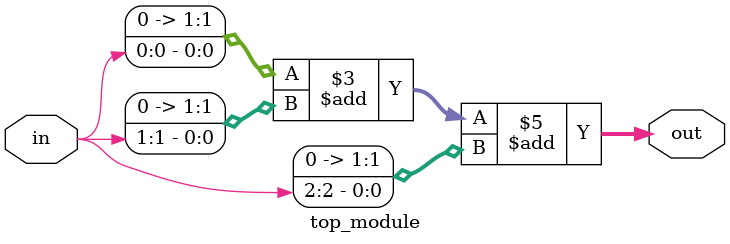
<source format=v>
module top_module( 
    input [2:0] in,
    output [1:0] out );
    assign out= (in[0]&1'b1)+(in[1]&1'b1)+(in[2]&1'b1);
endmodule

</source>
